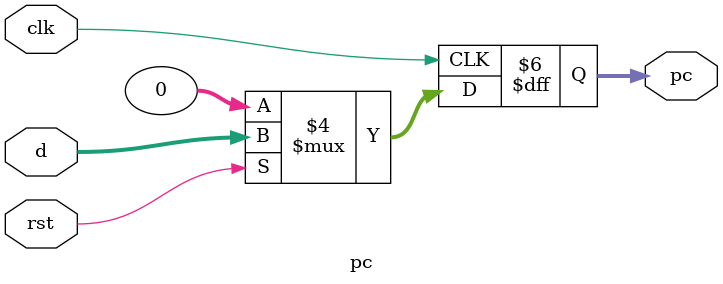
<source format=v>
`timescale 1ns / 1ps
module pc(clk,rst,d,pc
    );
input clk,rst;
input [31:0] d;
output [31:0] pc;
reg [31:0] pc;
always @ (posedge clk)
	if(!rst) pc<=0;
		else pc<=d;
	
endmodule

</source>
